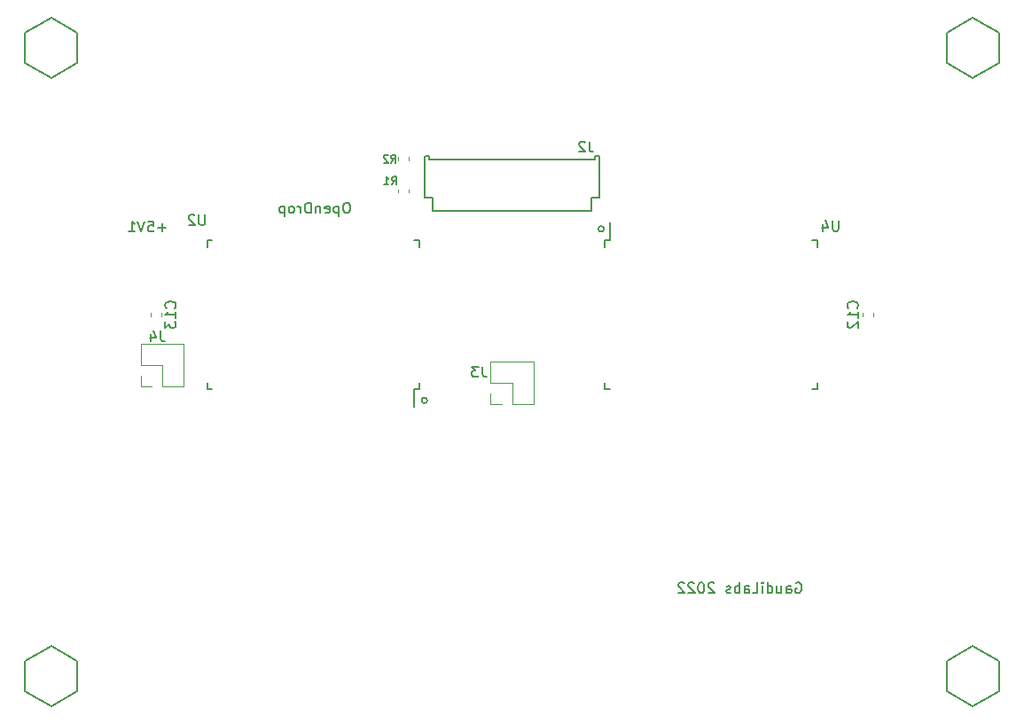
<source format=gbr>
G04 #@! TF.GenerationSoftware,KiCad,Pcbnew,5.1.5+dfsg1-2build2*
G04 #@! TF.CreationDate,2022-02-17T14:46:20+01:00*
G04 #@! TF.ProjectId,ModulAdapter_universal,4d6f6475-6c41-4646-9170-7465725f756e,rev?*
G04 #@! TF.SameCoordinates,Original*
G04 #@! TF.FileFunction,Legend,Bot*
G04 #@! TF.FilePolarity,Positive*
%FSLAX46Y46*%
G04 Gerber Fmt 4.6, Leading zero omitted, Abs format (unit mm)*
G04 Created by KiCad (PCBNEW 5.1.5+dfsg1-2build2) date 2022-02-17 14:46:20*
%MOMM*%
%LPD*%
G04 APERTURE LIST*
%ADD10C,0.150000*%
%ADD11C,0.120000*%
%ADD12C,0.128000*%
G04 APERTURE END LIST*
D10*
X127101133Y-125128600D02*
X127196371Y-125080980D01*
X127339228Y-125080980D01*
X127482085Y-125128600D01*
X127577323Y-125223838D01*
X127624942Y-125319076D01*
X127672561Y-125509552D01*
X127672561Y-125652409D01*
X127624942Y-125842885D01*
X127577323Y-125938123D01*
X127482085Y-126033361D01*
X127339228Y-126080980D01*
X127243990Y-126080980D01*
X127101133Y-126033361D01*
X127053514Y-125985742D01*
X127053514Y-125652409D01*
X127243990Y-125652409D01*
X126196371Y-126080980D02*
X126196371Y-125557171D01*
X126243990Y-125461933D01*
X126339228Y-125414314D01*
X126529704Y-125414314D01*
X126624942Y-125461933D01*
X126196371Y-126033361D02*
X126291609Y-126080980D01*
X126529704Y-126080980D01*
X126624942Y-126033361D01*
X126672561Y-125938123D01*
X126672561Y-125842885D01*
X126624942Y-125747647D01*
X126529704Y-125700028D01*
X126291609Y-125700028D01*
X126196371Y-125652409D01*
X125291609Y-125414314D02*
X125291609Y-126080980D01*
X125720180Y-125414314D02*
X125720180Y-125938123D01*
X125672561Y-126033361D01*
X125577323Y-126080980D01*
X125434466Y-126080980D01*
X125339228Y-126033361D01*
X125291609Y-125985742D01*
X124386847Y-126080980D02*
X124386847Y-125080980D01*
X124386847Y-126033361D02*
X124482085Y-126080980D01*
X124672561Y-126080980D01*
X124767800Y-126033361D01*
X124815419Y-125985742D01*
X124863038Y-125890504D01*
X124863038Y-125604790D01*
X124815419Y-125509552D01*
X124767800Y-125461933D01*
X124672561Y-125414314D01*
X124482085Y-125414314D01*
X124386847Y-125461933D01*
X123910657Y-126080980D02*
X123910657Y-125414314D01*
X123910657Y-125080980D02*
X123958276Y-125128600D01*
X123910657Y-125176219D01*
X123863038Y-125128600D01*
X123910657Y-125080980D01*
X123910657Y-125176219D01*
X122958276Y-126080980D02*
X123434466Y-126080980D01*
X123434466Y-125080980D01*
X122196371Y-126080980D02*
X122196371Y-125557171D01*
X122243990Y-125461933D01*
X122339228Y-125414314D01*
X122529704Y-125414314D01*
X122624942Y-125461933D01*
X122196371Y-126033361D02*
X122291609Y-126080980D01*
X122529704Y-126080980D01*
X122624942Y-126033361D01*
X122672561Y-125938123D01*
X122672561Y-125842885D01*
X122624942Y-125747647D01*
X122529704Y-125700028D01*
X122291609Y-125700028D01*
X122196371Y-125652409D01*
X121720180Y-126080980D02*
X121720180Y-125080980D01*
X121720180Y-125461933D02*
X121624942Y-125414314D01*
X121434466Y-125414314D01*
X121339228Y-125461933D01*
X121291609Y-125509552D01*
X121243990Y-125604790D01*
X121243990Y-125890504D01*
X121291609Y-125985742D01*
X121339228Y-126033361D01*
X121434466Y-126080980D01*
X121624942Y-126080980D01*
X121720180Y-126033361D01*
X120863038Y-126033361D02*
X120767800Y-126080980D01*
X120577323Y-126080980D01*
X120482085Y-126033361D01*
X120434466Y-125938123D01*
X120434466Y-125890504D01*
X120482085Y-125795266D01*
X120577323Y-125747647D01*
X120720180Y-125747647D01*
X120815419Y-125700028D01*
X120863038Y-125604790D01*
X120863038Y-125557171D01*
X120815419Y-125461933D01*
X120720180Y-125414314D01*
X120577323Y-125414314D01*
X120482085Y-125461933D01*
X119291609Y-125176219D02*
X119243990Y-125128600D01*
X119148752Y-125080980D01*
X118910657Y-125080980D01*
X118815419Y-125128600D01*
X118767800Y-125176219D01*
X118720180Y-125271457D01*
X118720180Y-125366695D01*
X118767800Y-125509552D01*
X119339228Y-126080980D01*
X118720180Y-126080980D01*
X118101133Y-125080980D02*
X118005895Y-125080980D01*
X117910657Y-125128600D01*
X117863038Y-125176219D01*
X117815419Y-125271457D01*
X117767800Y-125461933D01*
X117767800Y-125700028D01*
X117815419Y-125890504D01*
X117863038Y-125985742D01*
X117910657Y-126033361D01*
X118005895Y-126080980D01*
X118101133Y-126080980D01*
X118196371Y-126033361D01*
X118243990Y-125985742D01*
X118291609Y-125890504D01*
X118339228Y-125700028D01*
X118339228Y-125461933D01*
X118291609Y-125271457D01*
X118243990Y-125176219D01*
X118196371Y-125128600D01*
X118101133Y-125080980D01*
X117386847Y-125176219D02*
X117339228Y-125128600D01*
X117243990Y-125080980D01*
X117005895Y-125080980D01*
X116910657Y-125128600D01*
X116863038Y-125176219D01*
X116815419Y-125271457D01*
X116815419Y-125366695D01*
X116863038Y-125509552D01*
X117434466Y-126080980D01*
X116815419Y-126080980D01*
X116434466Y-125176219D02*
X116386847Y-125128600D01*
X116291609Y-125080980D01*
X116053514Y-125080980D01*
X115958276Y-125128600D01*
X115910657Y-125176219D01*
X115863038Y-125271457D01*
X115863038Y-125366695D01*
X115910657Y-125509552D01*
X116482085Y-126080980D01*
X115863038Y-126080980D01*
X84296057Y-88784380D02*
X84105580Y-88784380D01*
X84010342Y-88832000D01*
X83915104Y-88927238D01*
X83867485Y-89117714D01*
X83867485Y-89451047D01*
X83915104Y-89641523D01*
X84010342Y-89736761D01*
X84105580Y-89784380D01*
X84296057Y-89784380D01*
X84391295Y-89736761D01*
X84486533Y-89641523D01*
X84534152Y-89451047D01*
X84534152Y-89117714D01*
X84486533Y-88927238D01*
X84391295Y-88832000D01*
X84296057Y-88784380D01*
X83438914Y-89117714D02*
X83438914Y-90117714D01*
X83438914Y-89165333D02*
X83343676Y-89117714D01*
X83153200Y-89117714D01*
X83057961Y-89165333D01*
X83010342Y-89212952D01*
X82962723Y-89308190D01*
X82962723Y-89593904D01*
X83010342Y-89689142D01*
X83057961Y-89736761D01*
X83153200Y-89784380D01*
X83343676Y-89784380D01*
X83438914Y-89736761D01*
X82153200Y-89736761D02*
X82248438Y-89784380D01*
X82438914Y-89784380D01*
X82534152Y-89736761D01*
X82581771Y-89641523D01*
X82581771Y-89260571D01*
X82534152Y-89165333D01*
X82438914Y-89117714D01*
X82248438Y-89117714D01*
X82153200Y-89165333D01*
X82105580Y-89260571D01*
X82105580Y-89355809D01*
X82581771Y-89451047D01*
X81677009Y-89117714D02*
X81677009Y-89784380D01*
X81677009Y-89212952D02*
X81629390Y-89165333D01*
X81534152Y-89117714D01*
X81391295Y-89117714D01*
X81296057Y-89165333D01*
X81248438Y-89260571D01*
X81248438Y-89784380D01*
X80772247Y-89784380D02*
X80772247Y-88784380D01*
X80534152Y-88784380D01*
X80391295Y-88832000D01*
X80296057Y-88927238D01*
X80248438Y-89022476D01*
X80200819Y-89212952D01*
X80200819Y-89355809D01*
X80248438Y-89546285D01*
X80296057Y-89641523D01*
X80391295Y-89736761D01*
X80534152Y-89784380D01*
X80772247Y-89784380D01*
X79772247Y-89784380D02*
X79772247Y-89117714D01*
X79772247Y-89308190D02*
X79724628Y-89212952D01*
X79677009Y-89165333D01*
X79581771Y-89117714D01*
X79486533Y-89117714D01*
X79010342Y-89784380D02*
X79105580Y-89736761D01*
X79153200Y-89689142D01*
X79200819Y-89593904D01*
X79200819Y-89308190D01*
X79153200Y-89212952D01*
X79105580Y-89165333D01*
X79010342Y-89117714D01*
X78867485Y-89117714D01*
X78772247Y-89165333D01*
X78724628Y-89212952D01*
X78677009Y-89308190D01*
X78677009Y-89593904D01*
X78724628Y-89689142D01*
X78772247Y-89736761D01*
X78867485Y-89784380D01*
X79010342Y-89784380D01*
X78248438Y-89117714D02*
X78248438Y-90117714D01*
X78248438Y-89165333D02*
X78153200Y-89117714D01*
X77962723Y-89117714D01*
X77867485Y-89165333D01*
X77819866Y-89212952D01*
X77772247Y-89308190D01*
X77772247Y-89593904D01*
X77819866Y-89689142D01*
X77867485Y-89736761D01*
X77962723Y-89784380D01*
X78153200Y-89784380D01*
X78248438Y-89736761D01*
X108778408Y-91300500D02*
G75*
G03X108778408Y-91300500I-269408J0D01*
G01*
X91887408Y-107683500D02*
G75*
G03X91887408Y-107683500I-269408J0D01*
G01*
X108875000Y-92375000D02*
X109325000Y-92375000D01*
X108875000Y-106625000D02*
X109325000Y-106625000D01*
X129125000Y-106625000D02*
X128675000Y-106625000D01*
X129125000Y-92375000D02*
X128675000Y-92375000D01*
X108875000Y-92375000D02*
X108875000Y-93025000D01*
X129125000Y-92375000D02*
X129125000Y-93025000D01*
X129125000Y-106625000D02*
X129125000Y-105975000D01*
X108875000Y-106625000D02*
X108875000Y-105975000D01*
X109325000Y-92375000D02*
X109325000Y-90700000D01*
X91125000Y-106625000D02*
X90675000Y-106625000D01*
X91125000Y-92375000D02*
X90675000Y-92375000D01*
X70875000Y-92375000D02*
X71325000Y-92375000D01*
X70875000Y-106625000D02*
X71325000Y-106625000D01*
X91125000Y-106625000D02*
X91125000Y-105975000D01*
X70875000Y-106625000D02*
X70875000Y-105975000D01*
X70875000Y-92375000D02*
X70875000Y-93025000D01*
X91125000Y-92375000D02*
X91125000Y-93025000D01*
X90675000Y-106625000D02*
X90675000Y-108300000D01*
X107900000Y-84700000D02*
X92100000Y-84700000D01*
X92450000Y-88300000D02*
X92450000Y-89600000D01*
X107550000Y-88300000D02*
X107550000Y-89600000D01*
X91650000Y-84300000D02*
X91650000Y-88300000D01*
X108350000Y-84300000D02*
X108350000Y-88300000D01*
X108300000Y-84300000D02*
X107900000Y-84300000D01*
X91700000Y-84300000D02*
X92100000Y-84300000D01*
X92450000Y-89600000D02*
X107550000Y-89600000D01*
X108350000Y-88300000D02*
X107550000Y-88300000D01*
X91650000Y-88300000D02*
X92450000Y-88300000D01*
X107900000Y-84700000D02*
X107900000Y-84300000D01*
X92100000Y-84700000D02*
X92100000Y-84300000D01*
D11*
X133490000Y-99337221D02*
X133490000Y-99662779D01*
X134510000Y-99337221D02*
X134510000Y-99662779D01*
X65490000Y-99662779D02*
X65490000Y-99337221D01*
X66510000Y-99662779D02*
X66510000Y-99337221D01*
X97940000Y-103940000D02*
X102060000Y-103940000D01*
X97940000Y-106000000D02*
X97940000Y-103940000D01*
X102060000Y-108060000D02*
X102060000Y-103940000D01*
X97940000Y-106000000D02*
X100000000Y-106000000D01*
X100000000Y-106000000D02*
X100000000Y-108060000D01*
X100000000Y-108060000D02*
X102060000Y-108060000D01*
X97940000Y-107000000D02*
X97940000Y-108060000D01*
X97940000Y-108060000D02*
X99000000Y-108060000D01*
X64540000Y-102240000D02*
X68660000Y-102240000D01*
X64540000Y-104300000D02*
X64540000Y-102240000D01*
X68660000Y-106360000D02*
X68660000Y-102240000D01*
X64540000Y-104300000D02*
X66600000Y-104300000D01*
X66600000Y-104300000D02*
X66600000Y-106360000D01*
X66600000Y-106360000D02*
X68660000Y-106360000D01*
X64540000Y-105300000D02*
X64540000Y-106360000D01*
X64540000Y-106360000D02*
X65600000Y-106360000D01*
X90096000Y-87843779D02*
X90096000Y-87518221D01*
X89076000Y-87843779D02*
X89076000Y-87518221D01*
X90096000Y-84444721D02*
X90096000Y-84770279D01*
X89076000Y-84444721D02*
X89076000Y-84770279D01*
D10*
X58500000Y-72560000D02*
X58500000Y-75440000D01*
X58500000Y-72560000D02*
X56000000Y-71120000D01*
X58500000Y-75440000D02*
X56000000Y-76880000D01*
X56000000Y-76880000D02*
X53500000Y-75440000D01*
X53500000Y-75440000D02*
X53500000Y-72560000D01*
X53500000Y-72560000D02*
X56000000Y-71120000D01*
X141500000Y-72560000D02*
X144000000Y-71120000D01*
X141500000Y-75440000D02*
X141500000Y-72560000D01*
X144000000Y-76880000D02*
X141500000Y-75440000D01*
X146500000Y-75440000D02*
X144000000Y-76880000D01*
X146500000Y-72560000D02*
X144000000Y-71120000D01*
X146500000Y-72560000D02*
X146500000Y-75440000D01*
X58500000Y-132560000D02*
X58500000Y-135440000D01*
X58500000Y-132560000D02*
X56000000Y-131120000D01*
X58500000Y-135440000D02*
X56000000Y-136880000D01*
X56000000Y-136880000D02*
X53500000Y-135440000D01*
X53500000Y-135440000D02*
X53500000Y-132560000D01*
X53500000Y-132560000D02*
X56000000Y-131120000D01*
X141500000Y-132560000D02*
X144000000Y-131120000D01*
X141500000Y-135440000D02*
X141500000Y-132560000D01*
X144000000Y-136880000D02*
X141500000Y-135440000D01*
X146500000Y-135440000D02*
X144000000Y-136880000D01*
X146500000Y-132560000D02*
X144000000Y-131120000D01*
X146500000Y-132560000D02*
X146500000Y-135440000D01*
X131178404Y-90498880D02*
X131178404Y-91308404D01*
X131130785Y-91403642D01*
X131083166Y-91451261D01*
X130987928Y-91498880D01*
X130797452Y-91498880D01*
X130702214Y-91451261D01*
X130654595Y-91403642D01*
X130606976Y-91308404D01*
X130606976Y-90498880D01*
X129702214Y-90832214D02*
X129702214Y-91498880D01*
X129940309Y-90451261D02*
X130178404Y-91165547D01*
X129559357Y-91165547D01*
X70662904Y-89927380D02*
X70662904Y-90736904D01*
X70615285Y-90832142D01*
X70567666Y-90879761D01*
X70472428Y-90927380D01*
X70281952Y-90927380D01*
X70186714Y-90879761D01*
X70139095Y-90832142D01*
X70091476Y-90736904D01*
X70091476Y-89927380D01*
X69662904Y-90022619D02*
X69615285Y-89975000D01*
X69520047Y-89927380D01*
X69281952Y-89927380D01*
X69186714Y-89975000D01*
X69139095Y-90022619D01*
X69091476Y-90117857D01*
X69091476Y-90213095D01*
X69139095Y-90355952D01*
X69710523Y-90927380D01*
X69091476Y-90927380D01*
X107381833Y-82942380D02*
X107381833Y-83656666D01*
X107429452Y-83799523D01*
X107524690Y-83894761D01*
X107667547Y-83942380D01*
X107762785Y-83942380D01*
X106953261Y-83037619D02*
X106905642Y-82990000D01*
X106810404Y-82942380D01*
X106572309Y-82942380D01*
X106477071Y-82990000D01*
X106429452Y-83037619D01*
X106381833Y-83132857D01*
X106381833Y-83228095D01*
X106429452Y-83370952D01*
X107000880Y-83942380D01*
X106381833Y-83942380D01*
X132927142Y-98857142D02*
X132974761Y-98809523D01*
X133022380Y-98666666D01*
X133022380Y-98571428D01*
X132974761Y-98428571D01*
X132879523Y-98333333D01*
X132784285Y-98285714D01*
X132593809Y-98238095D01*
X132450952Y-98238095D01*
X132260476Y-98285714D01*
X132165238Y-98333333D01*
X132070000Y-98428571D01*
X132022380Y-98571428D01*
X132022380Y-98666666D01*
X132070000Y-98809523D01*
X132117619Y-98857142D01*
X133022380Y-99809523D02*
X133022380Y-99238095D01*
X133022380Y-99523809D02*
X132022380Y-99523809D01*
X132165238Y-99428571D01*
X132260476Y-99333333D01*
X132308095Y-99238095D01*
X132117619Y-100190476D02*
X132070000Y-100238095D01*
X132022380Y-100333333D01*
X132022380Y-100571428D01*
X132070000Y-100666666D01*
X132117619Y-100714285D01*
X132212857Y-100761904D01*
X132308095Y-100761904D01*
X132450952Y-100714285D01*
X133022380Y-100142857D01*
X133022380Y-100761904D01*
X67787142Y-98857142D02*
X67834761Y-98809523D01*
X67882380Y-98666666D01*
X67882380Y-98571428D01*
X67834761Y-98428571D01*
X67739523Y-98333333D01*
X67644285Y-98285714D01*
X67453809Y-98238095D01*
X67310952Y-98238095D01*
X67120476Y-98285714D01*
X67025238Y-98333333D01*
X66930000Y-98428571D01*
X66882380Y-98571428D01*
X66882380Y-98666666D01*
X66930000Y-98809523D01*
X66977619Y-98857142D01*
X67882380Y-99809523D02*
X67882380Y-99238095D01*
X67882380Y-99523809D02*
X66882380Y-99523809D01*
X67025238Y-99428571D01*
X67120476Y-99333333D01*
X67168095Y-99238095D01*
X66882380Y-100142857D02*
X66882380Y-100761904D01*
X67263333Y-100428571D01*
X67263333Y-100571428D01*
X67310952Y-100666666D01*
X67358571Y-100714285D01*
X67453809Y-100761904D01*
X67691904Y-100761904D01*
X67787142Y-100714285D01*
X67834761Y-100666666D01*
X67882380Y-100571428D01*
X67882380Y-100285714D01*
X67834761Y-100190476D01*
X67787142Y-100142857D01*
X97158333Y-104451380D02*
X97158333Y-105165666D01*
X97205952Y-105308523D01*
X97301190Y-105403761D01*
X97444047Y-105451380D01*
X97539285Y-105451380D01*
X96777380Y-104451380D02*
X96158333Y-104451380D01*
X96491666Y-104832333D01*
X96348809Y-104832333D01*
X96253571Y-104879952D01*
X96205952Y-104927571D01*
X96158333Y-105022809D01*
X96158333Y-105260904D01*
X96205952Y-105356142D01*
X96253571Y-105403761D01*
X96348809Y-105451380D01*
X96634523Y-105451380D01*
X96729761Y-105403761D01*
X96777380Y-105356142D01*
X66433333Y-101052380D02*
X66433333Y-101766666D01*
X66480952Y-101909523D01*
X66576190Y-102004761D01*
X66719047Y-102052380D01*
X66814285Y-102052380D01*
X65528571Y-101385714D02*
X65528571Y-102052380D01*
X65766666Y-101004761D02*
X66004761Y-101719047D01*
X65385714Y-101719047D01*
D12*
X88506166Y-87072309D02*
X88759500Y-86710404D01*
X88940452Y-87072309D02*
X88940452Y-86312309D01*
X88650928Y-86312309D01*
X88578547Y-86348500D01*
X88542357Y-86384690D01*
X88506166Y-86457071D01*
X88506166Y-86565642D01*
X88542357Y-86638023D01*
X88578547Y-86674214D01*
X88650928Y-86710404D01*
X88940452Y-86710404D01*
X87782357Y-87072309D02*
X88216642Y-87072309D01*
X87999500Y-87072309D02*
X87999500Y-86312309D01*
X88071880Y-86420880D01*
X88144261Y-86493261D01*
X88216642Y-86529452D01*
X88442666Y-84976809D02*
X88696000Y-84614904D01*
X88876952Y-84976809D02*
X88876952Y-84216809D01*
X88587428Y-84216809D01*
X88515047Y-84253000D01*
X88478857Y-84289190D01*
X88442666Y-84361571D01*
X88442666Y-84470142D01*
X88478857Y-84542523D01*
X88515047Y-84578714D01*
X88587428Y-84614904D01*
X88876952Y-84614904D01*
X88153142Y-84289190D02*
X88116952Y-84253000D01*
X88044571Y-84216809D01*
X87863619Y-84216809D01*
X87791238Y-84253000D01*
X87755047Y-84289190D01*
X87718857Y-84361571D01*
X87718857Y-84433952D01*
X87755047Y-84542523D01*
X88189333Y-84976809D01*
X87718857Y-84976809D01*
D10*
X66963904Y-91181428D02*
X66202000Y-91181428D01*
X66582952Y-91562380D02*
X66582952Y-90800476D01*
X65249619Y-90562380D02*
X65725809Y-90562380D01*
X65773428Y-91038571D01*
X65725809Y-90990952D01*
X65630571Y-90943333D01*
X65392476Y-90943333D01*
X65297238Y-90990952D01*
X65249619Y-91038571D01*
X65202000Y-91133809D01*
X65202000Y-91371904D01*
X65249619Y-91467142D01*
X65297238Y-91514761D01*
X65392476Y-91562380D01*
X65630571Y-91562380D01*
X65725809Y-91514761D01*
X65773428Y-91467142D01*
X64916285Y-90562380D02*
X64582952Y-91562380D01*
X64249619Y-90562380D01*
X63392476Y-91562380D02*
X63963904Y-91562380D01*
X63678190Y-91562380D02*
X63678190Y-90562380D01*
X63773428Y-90705238D01*
X63868666Y-90800476D01*
X63963904Y-90848095D01*
M02*

</source>
